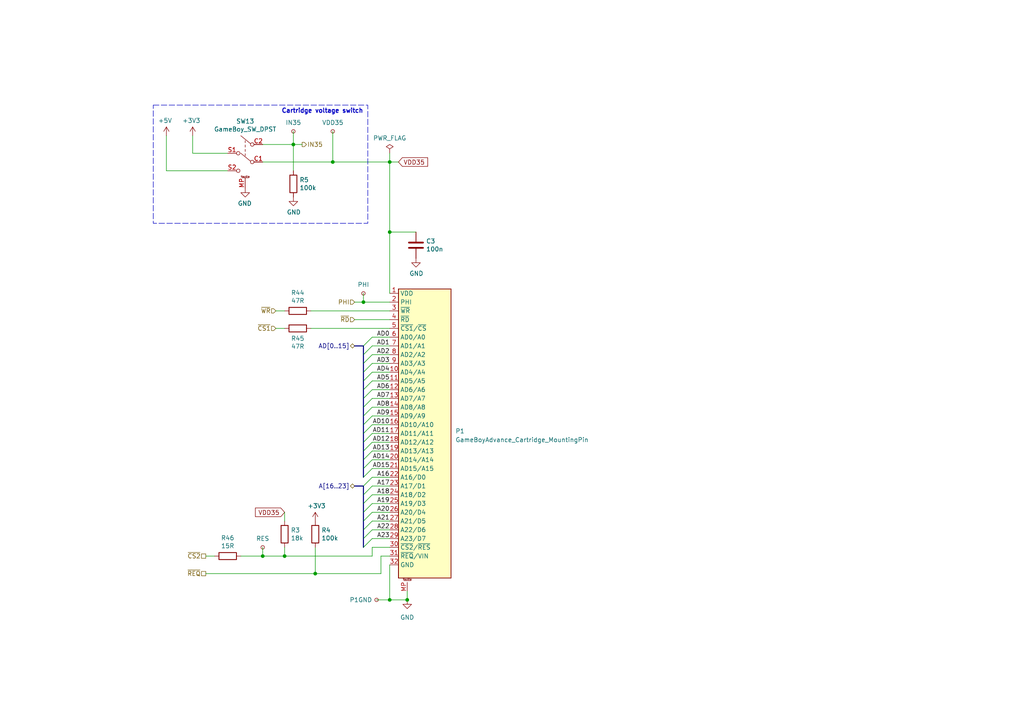
<source format=kicad_sch>
(kicad_sch (version 20230121) (generator eeschema)
  (paper "A4")
  (title_block (title "AGS-CPU-11") (date "2022-01-02") (rev "D") (company "https://gekkio.fi") (comment 1 "https://github.com/Gekkio/gb-schematics"))
  (lib_symbols
    (symbol "Connector:TestPoint_Small" (pin_numbers hide) (pin_names (offset 0.762) hide)
      (property "Reference" "TP" (at 0 3.81 0))
      (property "Value" "TestPoint_Small" (at 0 2.032 0))
      (symbol "TestPoint_Small_0_1"
        (circle (center 0 0) (radius 0.508))
      )
      (symbol "TestPoint_Small_1_1"
        (pin passive line (at 0 0 90) (length 0) (name "1") (number "1"))
      )
    )
    (symbol "Device:C" (pin_numbers hide) (pin_names (offset 0.254))
      (property "Reference" "C" (at 0.635 2.54 0))
      (property "Value" "C" (at 0.635 -2.54 0))
      (symbol "C_0_1"
        (polyline (pts (xy -2.032 -0.762) (xy 2.032 -0.762)) (stroke (width 0.508)))
        (polyline (pts (xy -2.032 0.762) (xy 2.032 0.762)) (stroke (width 0.508)))
      )
      (symbol "C_1_1"
        (pin passive line (at 0 3.81 270) (length 2.794) (name "~") (number "1"))
        (pin passive line (at 0 -3.81 90) (length 2.794) (name "~") (number "2"))
      )
    )
    (symbol "Device:R" (pin_numbers hide) (pin_names (offset 0))
      (property "Reference" "R" (at 2.032 0 90))
      (property "Value" "R" (at 0 0 90))
      (symbol "R_0_1"
        (rectangle (start -1.016 -2.54) (end 1.016 2.54) (stroke (width 0.254)))
      )
      (symbol "R_1_1"
        (pin passive line (at 0 3.81 270) (length 1.27) (name "~") (number "1"))
        (pin passive line (at 0 -3.81 90) (length 1.27) (name "~") (number "2"))
      )
    )
    (symbol "Gekkio_Connector_Specialized:GameBoyAdvance_Cartridge_MountingPin"
      (property "Reference" "J" (at -5.08 43.18 0))
      (property "Value" "GameBoyAdvance_Cartridge_MountingPin" (at -3.81 -44.45 0))
      (symbol "GameBoyAdvance_Cartridge_MountingPin_0_1"
        (rectangle (start -7.62 41.91) (end 7.62 -41.91) (stroke (width 0.254)) (fill (type background)))
      )
      (symbol "GameBoyAdvance_Cartridge_MountingPin_1_1"
        (polyline (pts (xy -6.096 -42.672) (xy -4.064 -42.672)) (stroke (width 0.1524)))
        (text "Mounting" (at -5.08 -42.291 0) (effects (font (size 0.381 0.381))))
        (pin passive line (at -10.16 40.64 0) (length 2.54) (name "VDD") (number "1"))
        (pin passive line (at -10.16 17.78 0) (length 2.54) (name "AD4/A4") (number "10"))
        (pin passive line (at -10.16 15.24 0) (length 2.54) (name "AD5/A5") (number "11"))
        (pin passive line (at -10.16 12.7 0) (length 2.54) (name "AD6/A6") (number "12"))
        (pin passive line (at -10.16 10.16 0) (length 2.54) (name "AD7/A7") (number "13"))
        (pin passive line (at -10.16 7.62 0) (length 2.54) (name "AD8/A8") (number "14"))
        (pin passive line (at -10.16 5.08 0) (length 2.54) (name "AD9/A9") (number "15"))
        (pin passive line (at -10.16 2.54 0) (length 2.54) (name "AD10/A10") (number "16"))
        (pin passive line (at -10.16 0 0) (length 2.54) (name "AD11/A11") (number "17"))
        (pin passive line (at -10.16 -2.54 0) (length 2.54) (name "AD12/A12") (number "18"))
        (pin passive line (at -10.16 -5.08 0) (length 2.54) (name "AD13/A13") (number "19"))
        (pin passive line (at -10.16 38.1 0) (length 2.54) (name "PHI") (number "2"))
        (pin passive line (at -10.16 -7.62 0) (length 2.54) (name "AD14/A14") (number "20"))
        (pin passive line (at -10.16 -10.16 0) (length 2.54) (name "AD15/A15") (number "21"))
        (pin passive line (at -10.16 -12.7 0) (length 2.54) (name "A16/D0") (number "22"))
        (pin passive line (at -10.16 -15.24 0) (length 2.54) (name "A17/D1") (number "23"))
        (pin passive line (at -10.16 -17.78 0) (length 2.54) (name "A18/D2") (number "24"))
        (pin passive line (at -10.16 -20.32 0) (length 2.54) (name "A19/D3") (number "25"))
        (pin passive line (at -10.16 -22.86 0) (length 2.54) (name "A20/D4") (number "26"))
        (pin passive line (at -10.16 -25.4 0) (length 2.54) (name "A21/D5") (number "27"))
        (pin passive line (at -10.16 -27.94 0) (length 2.54) (name "A22/D6") (number "28"))
        (pin passive line (at -10.16 -30.48 0) (length 2.54) (name "A23/D7") (number "29"))
        (pin passive line (at -10.16 35.56 0) (length 2.54) (name "~{WR}") (number "3"))
        (pin passive line (at -10.16 -33.02 0) (length 2.54) (name "~{CS2}/~{RES}") (number "30"))
        (pin passive line (at -10.16 -35.56 0) (length 2.54) (name "~{REQ}/VIN") (number "31"))
        (pin passive line (at -10.16 -38.1 0) (length 2.54) (name "GND") (number "32"))
        (pin passive line (at -10.16 33.02 0) (length 2.54) (name "~{RD}") (number "4"))
        (pin passive line (at -10.16 30.48 0) (length 2.54) (name "~{CS1}/~{CS}") (number "5"))
        (pin passive line (at -10.16 27.94 0) (length 2.54) (name "AD0/A0") (number "6"))
        (pin passive line (at -10.16 25.4 0) (length 2.54) (name "AD1/A1") (number "7"))
        (pin passive line (at -10.16 22.86 0) (length 2.54) (name "AD2/A2") (number "8"))
        (pin passive line (at -10.16 20.32 0) (length 2.54) (name "AD3/A3") (number "9"))
        (pin passive line (at -5.08 -45.72 90) (length 2.54) (name "~") (number "MP"))
      )
    )
    (symbol "Gekkio_Switch:GameBoy_SW_DPST" (pin_names (offset 0) hide)
      (property "Reference" "SW" (at 0 6.35 0))
      (property "Value" "GameBoy_SW_DPST" (at 0 -17.78 0))
      (symbol "GameBoy_SW_DPST_0_0"
        (circle (center -2.032 -2.54) (radius 0.508))
        (circle (center -2.032 2.54) (radius 0.508))
        (polyline (pts (xy -1.524 -2.286) (xy 1.27 0)))
        (polyline (pts (xy -1.524 2.794) (xy 1.27 5.08)))
        (polyline (pts (xy 0 -0.762) (xy 0 -0.127)))
        (polyline (pts (xy 0 0.508) (xy 0 1.143)))
        (polyline (pts (xy 0 1.778) (xy 0 2.413)))
        (polyline (pts (xy 0 3.048) (xy 0 3.683)))
        (circle (center 2.032 -5.08) (radius 0.508))
        (circle (center 2.032 0) (radius 0.508))
      )
      (symbol "GameBoy_SW_DPST_1_1"
        (polyline (pts (xy -1.016 -7.112) (xy 1.016 -7.112)) (stroke (width 0.1524)))
        (text "Mounting" (at 0 -6.731 0) (effects (font (size 0.381 0.381))))
        (pin passive line (at -5.08 -2.54 0) (length 2.54) (name "C1") (number "C1"))
        (pin passive line (at -5.08 2.54 0) (length 2.54) (name "C2") (number "C2"))
        (pin passive line (at 0 -10.16 90) (length 3.048) (name "~") (number "MP"))
        (pin passive line (at 5.08 0 180) (length 2.54) (name "S1") (number "S1"))
        (pin passive line (at 5.08 -5.08 180) (length 2.54) (name "S2") (number "S2"))
      )
    )
    (symbol "power:+3V3" (power) (pin_names (offset 0))
      (property "Value" "+3V3" (at 0 3.556 0))
      (symbol "+3V3_0_1"
        (polyline (pts (xy -0.762 1.27) (xy 0 2.54)))
        (polyline (pts (xy 0 0) (xy 0 2.54)))
        (polyline (pts (xy 0 2.54) (xy 0.762 1.27)))
      )
      (symbol "+3V3_1_1"
        (pin power_in line (at 0 0 90) (length 0) hide (name "+3V3") (number "1"))
      )
    )
    (symbol "power:+5V" (power) (pin_names (offset 0))
      (property "Value" "+5V" (at 0 3.556 0))
      (symbol "+5V_0_1"
        (polyline (pts (xy -0.762 1.27) (xy 0 2.54)))
        (polyline (pts (xy 0 0) (xy 0 2.54)))
        (polyline (pts (xy 0 2.54) (xy 0.762 1.27)))
      )
      (symbol "+5V_1_1"
        (pin power_in line (at 0 0 90) (length 0) hide (name "+5V") (number "1"))
      )
    )
    (symbol "power:GND" (power) (pin_names (offset 0))
      (property "Value" "GND" (at 0 -3.81 0))
      (symbol "GND_0_1"
        (polyline (pts (xy 0 0) (xy 0 -1.27) (xy 1.27 -1.27) (xy 0 -2.54) (xy -1.27 -1.27) (xy 0 -1.27)))
      )
      (symbol "GND_1_1"
        (pin power_in line (at 0 0 270) (length 0) hide (name "GND") (number "1"))
      )
    )
    (symbol "power:PWR_FLAG" (power) (pin_numbers hide) (pin_names (offset 0) hide)
      (property "Value" "PWR_FLAG" (at 0 3.81 0))
      (symbol "PWR_FLAG_0_0"
        (pin power_out line (at 0 0 90) (length 0) (name "pwr") (number "1"))
      )
      (symbol "PWR_FLAG_0_1"
        (polyline (pts (xy 0 0) (xy 0 1.27) (xy -1.016 1.905) (xy 0 2.54) (xy 1.016 1.905) (xy 0 1.27)))
      )
    )
  )
  (junction (at 91.44 166.37))
  (junction (at 113.03 173.99))
  (junction (at 113.03 67.31))
  (junction (at 105.41 87.63))
  (junction (at 118.11 173.99))
  (junction (at 85.09 41.91))
  (junction (at 82.55 161.29))
  (junction (at 76.2 161.29))
  (junction (at 96.52 46.99))
  (junction (at 113.03 46.99))
  (bus_entry (at 105.41 118.11) (size 2.54 -2.54))
  (bus_entry (at 105.41 148.59) (size 2.54 -2.54))
  (bus_entry (at 105.41 123.19) (size 2.54 -2.54))
  (bus_entry (at 105.41 102.87) (size 2.54 -2.54))
  (bus_entry (at 105.41 133.35) (size 2.54 -2.54))
  (bus_entry (at 105.41 156.21) (size 2.54 -2.54))
  (bus_entry (at 105.41 113.03) (size 2.54 -2.54))
  (bus_entry (at 105.41 120.65) (size 2.54 -2.54))
  (bus_entry (at 105.41 125.73) (size 2.54 -2.54))
  (bus_entry (at 105.41 146.05) (size 2.54 -2.54))
  (bus_entry (at 105.41 151.13) (size 2.54 -2.54))
  (bus_entry (at 105.41 138.43) (size 2.54 -2.54))
  (bus_entry (at 105.41 115.57) (size 2.54 -2.54))
  (bus_entry (at 105.41 143.51) (size 2.54 -2.54))
  (bus_entry (at 105.41 135.89) (size 2.54 -2.54))
  (bus_entry (at 105.41 153.67) (size 2.54 -2.54))
  (bus_entry (at 105.41 130.81) (size 2.54 -2.54))
  (bus_entry (at 105.41 140.97) (size 2.54 -2.54))
  (bus_entry (at 105.41 100.33) (size 2.54 -2.54))
  (bus_entry (at 105.41 110.49) (size 2.54 -2.54))
  (bus_entry (at 105.41 158.75) (size 2.54 -2.54))
  (bus_entry (at 105.41 105.41) (size 2.54 -2.54))
  (bus_entry (at 105.41 107.95) (size 2.54 -2.54))
  (bus_entry (at 105.41 128.27) (size 2.54 -2.54))
  (bus (pts (xy 105.41 151.13) (xy 105.41 153.67)))
  (wire (pts (xy 107.95 125.73) (xy 113.03 125.73)))
  (wire (pts (xy 82.55 158.75) (xy 82.55 161.29)))
  (wire (pts (xy 105.41 85.09) (xy 105.41 87.63)))
  (wire (pts (xy 113.03 67.31) (xy 113.03 85.09)))
  (wire (pts (xy 118.11 171.45) (xy 118.11 173.99)))
  (wire (pts (xy 120.65 67.31) (xy 113.03 67.31)))
  (bus (pts (xy 105.41 110.49) (xy 105.41 113.03)))
  (wire (pts (xy 91.44 166.37) (xy 91.44 158.75)))
  (wire (pts (xy 82.55 95.25) (xy 80.01 95.25)))
  (wire (pts (xy 48.26 49.53) (xy 66.04 49.53)))
  (wire (pts (xy 69.85 161.29) (xy 76.2 161.29)))
  (bus (pts (xy 105.41 156.21) (xy 105.41 158.75)))
  (bus (pts (xy 105.41 128.27) (xy 105.41 130.81)))
  (wire (pts (xy 107.95 110.49) (xy 113.03 110.49)))
  (bus (pts (xy 105.41 148.59) (xy 105.41 151.13)))
  (wire (pts (xy 113.03 46.99) (xy 113.03 67.31)))
  (wire (pts (xy 107.95 102.87) (xy 113.03 102.87)))
  (wire (pts (xy 107.95 153.67) (xy 113.03 153.67)))
  (wire (pts (xy 107.95 130.81) (xy 113.03 130.81)))
  (wire (pts (xy 91.44 166.37) (xy 110.49 166.37)))
  (wire (pts (xy 107.95 118.11) (xy 113.03 118.11)))
  (wire (pts (xy 107.95 156.21) (xy 113.03 156.21)))
  (wire (pts (xy 96.52 46.99) (xy 113.03 46.99)))
  (wire (pts (xy 76.2 41.91) (xy 85.09 41.91)))
  (bus (pts (xy 105.41 133.35) (xy 105.41 135.89)))
  (wire (pts (xy 107.95 146.05) (xy 113.03 146.05)))
  (wire (pts (xy 85.09 41.91) (xy 85.09 49.53)))
  (wire (pts (xy 107.95 128.27) (xy 113.03 128.27)))
  (wire (pts (xy 110.49 161.29) (xy 110.49 166.37)))
  (wire (pts (xy 113.03 158.75) (xy 107.95 158.75)))
  (wire (pts (xy 107.95 105.41) (xy 113.03 105.41)))
  (bus (pts (xy 105.41 123.19) (xy 105.41 125.73)))
  (wire (pts (xy 107.95 97.79) (xy 113.03 97.79)))
  (wire (pts (xy 82.55 148.59) (xy 82.55 151.13)))
  (wire (pts (xy 113.03 90.17) (xy 90.17 90.17)))
  (bus (pts (xy 102.87 100.33) (xy 105.41 100.33)))
  (wire (pts (xy 113.03 173.99) (xy 118.11 173.99)))
  (bus (pts (xy 105.41 113.03) (xy 105.41 115.57)))
  (wire (pts (xy 91.44 166.37) (xy 59.69 166.37)))
  (wire (pts (xy 105.41 87.63) (xy 113.03 87.63)))
  (wire (pts (xy 107.95 158.75) (xy 107.95 161.29)))
  (wire (pts (xy 107.95 161.29) (xy 82.55 161.29)))
  (wire (pts (xy 76.2 161.29) (xy 82.55 161.29)))
  (bus (pts (xy 105.41 120.65) (xy 105.41 123.19)))
  (wire (pts (xy 66.04 44.45) (xy 55.88 44.45)))
  (bus (pts (xy 105.41 118.11) (xy 105.41 120.65)))
  (bus (pts (xy 105.41 130.81) (xy 105.41 133.35)))
  (bus (pts (xy 105.41 107.95) (xy 105.41 110.49)))
  (wire (pts (xy 107.95 123.19) (xy 113.03 123.19)))
  (bus (pts (xy 105.41 153.67) (xy 105.41 156.21)))
  (bus (pts (xy 105.41 135.89) (xy 105.41 138.43)))
  (wire (pts (xy 107.95 143.51) (xy 113.03 143.51)))
  (wire (pts (xy 115.57 46.99) (xy 113.03 46.99)))
  (wire (pts (xy 107.95 133.35) (xy 113.03 133.35)))
  (wire (pts (xy 102.87 92.71) (xy 113.03 92.71)))
  (wire (pts (xy 107.95 115.57) (xy 113.03 115.57)))
  (bus (pts (xy 105.41 146.05) (xy 105.41 148.59)))
  (wire (pts (xy 107.95 113.03) (xy 113.03 113.03)))
  (wire (pts (xy 90.17 95.25) (xy 113.03 95.25)))
  (bus (pts (xy 105.41 100.33) (xy 105.41 102.87)))
  (wire (pts (xy 96.52 38.1) (xy 96.52 46.99)))
  (wire (pts (xy 113.03 44.45) (xy 113.03 46.99)))
  (wire (pts (xy 113.03 163.83) (xy 113.03 173.99)))
  (wire (pts (xy 109.22 173.99) (xy 113.03 173.99)))
  (wire (pts (xy 107.95 107.95) (xy 113.03 107.95)))
  (wire (pts (xy 107.95 138.43) (xy 113.03 138.43)))
  (bus (pts (xy 102.87 140.97) (xy 105.41 140.97)))
  (wire (pts (xy 113.03 161.29) (xy 110.49 161.29)))
  (wire (pts (xy 48.26 39.37) (xy 48.26 49.53)))
  (wire (pts (xy 62.23 161.29) (xy 59.69 161.29)))
  (bus (pts (xy 105.41 140.97) (xy 105.41 143.51)))
  (wire (pts (xy 80.01 90.17) (xy 82.55 90.17)))
  (wire (pts (xy 76.2 46.99) (xy 96.52 46.99)))
  (wire (pts (xy 107.95 140.97) (xy 113.03 140.97)))
  (bus (pts (xy 105.41 102.87) (xy 105.41 105.41)))
  (bus (pts (xy 105.41 143.51) (xy 105.41 146.05)))
  (wire (pts (xy 76.2 158.75) (xy 76.2 161.29)))
  (wire (pts (xy 107.95 135.89) (xy 113.03 135.89)))
  (bus (pts (xy 105.41 105.41) (xy 105.41 107.95)))
  (wire (pts (xy 107.95 148.59) (xy 113.03 148.59)))
  (wire (pts (xy 107.95 151.13) (xy 113.03 151.13)))
  (bus (pts (xy 105.41 115.57) (xy 105.41 118.11)))
  (wire (pts (xy 107.95 100.33) (xy 113.03 100.33)))
  (bus (pts (xy 105.41 125.73) (xy 105.41 128.27)))
  (wire (pts (xy 85.09 41.91) (xy 85.09 38.1)))
  (wire (pts (xy 102.87 87.63) (xy 105.41 87.63)))
  (wire (pts (xy 107.95 120.65) (xy 113.03 120.65)))
  (wire (pts (xy 55.88 39.37) (xy 55.88 44.45)))
  (wire (pts (xy 87.63 41.91) (xy 85.09 41.91)))
  (rectangle (start 44.45 30.48) (end 106.68 64.77) (stroke (width 0) (type dash)))
  (text "Cartridge voltage switch" (at 105.41 33.02 0) (effects (font (size 1.27 1.27) (thickness 0.254) bold) (justify right bottom)))
  (label "A16" (at 113.03 138.43 180))
  (label "A18" (at 113.03 143.51 180))
  (label "A17" (at 113.03 140.97 180))
  (label "AD1" (at 113.03 100.33 180))
  (label "AD11" (at 113.03 125.73 180))
  (label "AD9" (at 113.03 120.65 180))
  (label "AD5" (at 113.03 110.49 180))
  (label "A20" (at 113.03 148.59 180))
  (label "AD14" (at 113.03 133.35 180))
  (label "AD4" (at 113.03 107.95 180))
  (label "AD13" (at 113.03 130.81 180))
  (label "AD8" (at 113.03 118.11 180))
  (label "AD7" (at 113.03 115.57 180))
  (label "A23" (at 113.03 156.21 180))
  (label "AD3" (at 113.03 105.41 180))
  (label "A19" (at 113.03 146.05 180))
  (label "AD10" (at 113.03 123.19 180))
  (label "AD15" (at 113.03 135.89 180))
  (label "AD2" (at 113.03 102.87 180))
  (label "AD0" (at 113.03 97.79 180))
  (label "AD12" (at 113.03 128.27 180))
  (label "A21" (at 113.03 151.13 180))
  (label "A22" (at 113.03 153.67 180))
  (label "AD6" (at 113.03 113.03 180))
  (global_label "VDD35" (shape input) (at 82.55 148.59 180) (property "Intersheetrefs" "${INTERSHEET_REFS}" (effects hide)))
  (global_label "VDD35" (shape input) (at 115.57 46.99 0) (property "Intersheetrefs" "${INTERSHEET_REFS}" (effects hide)))
  (hierarchical_label "~{CS2}" (shape passive) (at 59.69 161.29 180))
  (hierarchical_label "~{WR}" (shape input) (at 80.01 90.17 180))
  (hierarchical_label "IN35" (shape output) (at 87.63 41.91 0))
  (hierarchical_label "AD[0..15]" (shape bidirectional) (at 102.87 100.33 180))
  (hierarchical_label "~{RD}" (shape input) (at 102.87 92.71 180))
  (hierarchical_label "~{CS1}" (shape input) (at 80.01 95.25 180))
  (hierarchical_label "A[16..23]" (shape bidirectional) (at 102.87 140.97 180))
  (hierarchical_label "~{REQ}" (shape passive) (at 59.69 166.37 180))
  (hierarchical_label "PHI" (shape input) (at 102.87 87.63 180))
  (symbol (lib_id "Gekkio_Connector_Specialized:GameBoyAdvance_Cartridge_MountingPin") (at 123.19 125.73 0) (unit 1)
    (property "Reference" "P1" (at 132.08 125.0314 0) (effects (justify left)))
    (property "Value" "GameBoyAdvance_Cartridge_MountingPin" (at 132.08 127.5714 0) (effects (justify left)))
  )
  (symbol (lib_id "power:GND") (at 118.11 173.99 0) (unit 1)
    (property "Reference" "#PWR0150" (effects hide))
    (property "Value" "GND" (at 118.11 179.07 0))
  )
  (symbol (lib_id "Connector:TestPoint_Small") (at 109.22 173.99 180) (unit 1)
    (property "Reference" "TP50" (effects hide))
    (property "Value" "P1GND" (at 107.95 173.9899 0) (effects (justify left)))
  )
  (symbol (lib_id "Device:C") (at 120.65 71.12 0) (unit 1)
    (property "Reference" "C3" (at 123.571 69.9516 0) (effects (justify left)))
    (property "Value" "100n" (at 123.571 72.263 0) (effects (justify left)))
  )
  (symbol (lib_id "power:GND") (at 120.65 74.93 0) (unit 1)
    (property "Reference" "#PWR0151" (effects hide))
    (property "Value" "GND" (at 120.777 79.3242 0))
  )
  (symbol (lib_id "Device:R") (at 86.36 90.17 270) (unit 1)
    (property "Reference" "R44" (at 86.36 84.9122 90))
    (property "Value" "47R" (at 86.36 87.2236 90))
  )
  (symbol (lib_id "Device:R") (at 86.36 95.25 270) (unit 1)
    (property "Reference" "R45" (at 86.36 98.171 90))
    (property "Value" "47R" (at 86.36 100.4824 90))
  )
  (symbol (lib_id "Connector:TestPoint_Small") (at 105.41 85.09 90) (unit 1)
    (property "Reference" "TP49" (effects hide))
    (property "Value" "PHI" (at 105.41 82.55 90))
  )
  (symbol (lib_id "Device:R") (at 91.44 154.94 0) (unit 1)
    (property "Reference" "R4" (at 93.218 153.7716 0) (effects (justify left)))
    (property "Value" "100k" (at 93.218 156.083 0) (effects (justify left)))
  )
  (symbol (lib_id "power:+3V3") (at 91.44 151.13 0) (unit 1)
    (property "Reference" "#PWR0152" (effects hide))
    (property "Value" "+3V3" (at 91.821 146.7358 0))
  )
  (symbol (lib_id "Device:R") (at 82.55 154.94 0) (unit 1)
    (property "Reference" "R3" (at 84.328 153.7716 0) (effects (justify left)))
    (property "Value" "18k" (at 84.328 156.083 0) (effects (justify left)))
  )
  (symbol (lib_id "Device:R") (at 66.04 161.29 270) (unit 1)
    (property "Reference" "R46" (at 66.04 156.0322 90))
    (property "Value" "15R" (at 66.04 158.3436 90))
  )
  (symbol (lib_id "Connector:TestPoint_Small") (at 76.2 158.75 90) (unit 1)
    (property "Reference" "TP46" (effects hide))
    (property "Value" "RES" (at 76.2 156.21 90))
  )
  (symbol (lib_id "Gekkio_Switch:GameBoy_SW_DPST") (at 71.12 44.45 0) (mirror y) (unit 1)
    (property "Reference" "SW13" (at 71.12 35.179 0))
    (property "Value" "GameBoy_SW_DPST" (at 71.12 37.4904 0))
  )
  (symbol (lib_id "power:GND") (at 71.12 54.61 0) (mirror y) (unit 1)
    (property "Reference" "#PWR0153" (effects hide))
    (property "Value" "GND" (at 70.993 59.0042 0))
  )
  (symbol (lib_id "power:+3V3") (at 55.88 39.37 0) (mirror y) (unit 1)
    (property "Reference" "#PWR0154" (effects hide))
    (property "Value" "+3V3" (at 55.499 34.9758 0))
  )
  (symbol (lib_id "power:+5V") (at 48.26 39.37 0) (mirror y) (unit 1)
    (property "Reference" "#PWR0155" (effects hide))
    (property "Value" "+5V" (at 47.879 34.9758 0))
  )
  (symbol (lib_id "Device:R") (at 85.09 53.34 0) (unit 1)
    (property "Reference" "R5" (at 86.868 52.1716 0) (effects (justify left)))
    (property "Value" "100k" (at 86.868 54.483 0) (effects (justify left)))
  )
  (symbol (lib_id "Connector:TestPoint_Small") (at 85.09 38.1 90) (unit 1)
    (property "Reference" "TP47" (effects hide))
    (property "Value" "IN35" (at 85.09 35.56 90))
  )
  (symbol (lib_id "power:GND") (at 85.09 57.15 0) (unit 1)
    (property "Reference" "#PWR0156" (effects hide))
    (property "Value" "GND" (at 85.217 61.5442 0))
  )
  (symbol (lib_id "Connector:TestPoint_Small") (at 96.52 38.1 90) (unit 1)
    (property "Reference" "TP48" (effects hide))
    (property "Value" "VDD35" (at 96.52 35.56 90))
  )
  (symbol (lib_id "power:PWR_FLAG") (at 113.03 44.45 0) (unit 1)
    (property "Reference" "#FLG0111" (effects hide))
    (property "Value" "PWR_FLAG" (at 113.03 40.0558 0))
  )
)
</source>
